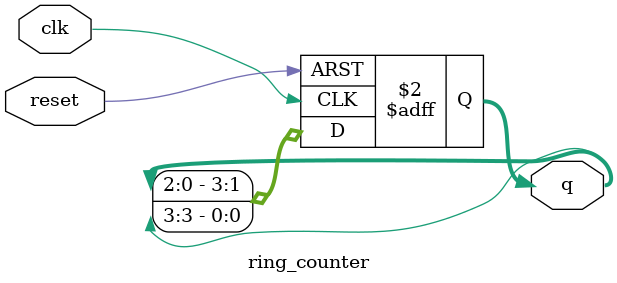
<source format=v>

module ring_counter(
    input clk,
    input reset,
    output reg [3:0]q
);
    always @(posedge clk or posedge reset) begin
        if(reset) begin
            q <= 4'b0001;
        end              // 0001 -> 0010 -> 0100 -> 1000 -> 0001
        else begin
            q <= {q[2:0],q[3]};
        end
    end
endmodule
</source>
